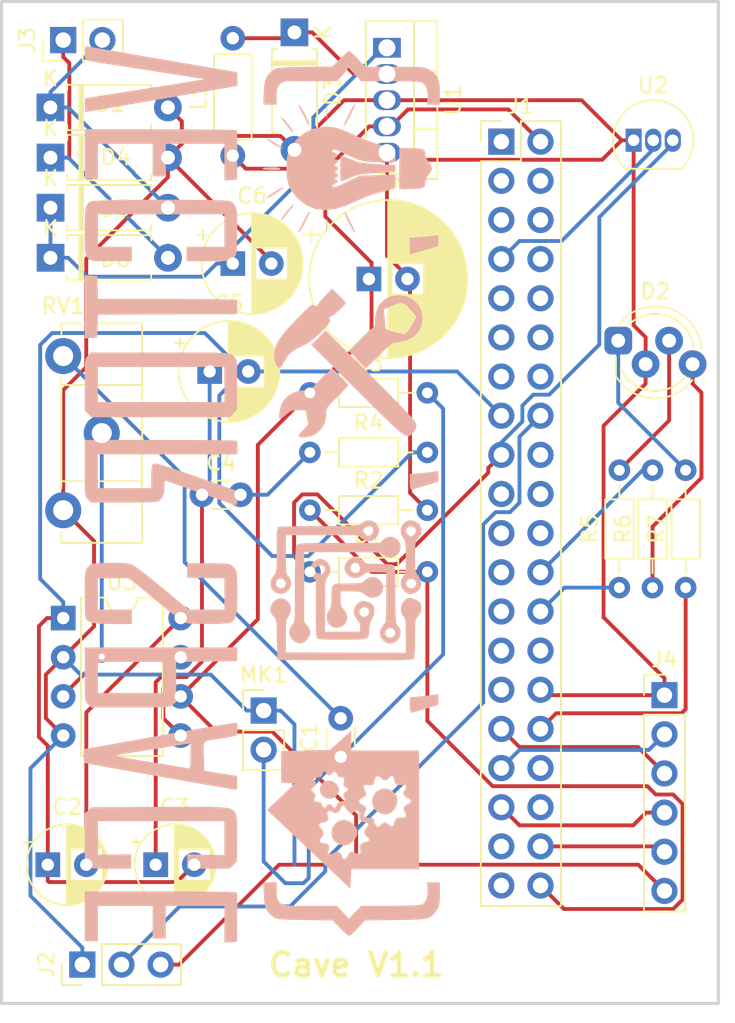
<source format=kicad_pcb>
(kicad_pcb (version 20171130) (host pcbnew 5.0.1)
  (layers (0 F.Cu signal) (31 B.Cu signal) (34 B.Paste user) (35 F.Paste user) (36 B.SilkS user) (37 F.SilkS user) (38 B.Mask user) (39 F.Mask user) (44 Edge.Cuts user))
  (net 0 "")
  (net 1 "Net-(C1-Pad2)")
  (net 2 "Net-(C1-Pad1)")
  (net 3 "Net-(C2-Pad2)")
  (net 4 "Net-(C2-Pad1)")
  (net 5 "Net-(C3-Pad1)")
  (net 6 "Net-(C4-Pad1)")
  (net 7 "Net-(C4-Pad2)")
  (net 8 /MicInput)
  (net 9 +24V)
  (net 10 -24V)
  (net 11 GND)
  (net 12 "Net-(D2-Pad4)")
  (net 13 "Net-(D2-Pad3)")
  (net 14 "Net-(D2-Pad1)")
  (net 15 "Net-(J1-Pad1)")
  (net 16 "Net-(J1-Pad40)")
  (net 17 "Net-(J1-Pad39)")
  (net 18 "Net-(J1-Pad3)")
  (net 19 "Net-(J1-Pad38)")
  (net 20 "Net-(J1-Pad4)")
  (net 21 "Net-(J1-Pad37)")
  (net 22 "Net-(J1-Pad5)")
  (net 23 "Net-(J1-Pad36)")
  (net 24 "Net-(J1-Pad6)")
  (net 25 "Net-(J1-Pad35)")
  (net 26 "Net-(J1-Pad7)")
  (net 27 "Net-(J1-Pad34)")
  (net 28 "Net-(J1-Pad8)")
  (net 29 "Net-(J1-Pad33)")
  (net 30 "Net-(J1-Pad9)")
  (net 31 "Net-(J1-Pad10)")
  (net 32 "Net-(J1-Pad31)")
  (net 33 "Net-(J1-Pad11)")
  (net 34 "Net-(J1-Pad12)")
  (net 35 "Net-(J1-Pad29)")
  (net 36 "Net-(J1-Pad13)")
  (net 37 "Net-(J1-Pad28)")
  (net 38 "Net-(J1-Pad14)")
  (net 39 "Net-(J1-Pad27)")
  (net 40 /PIR)
  (net 41 "Net-(J1-Pad25)")
  (net 42 +3V3)
  (net 43 "Net-(J1-Pad18)")
  (net 44 "Net-(J1-Pad23)")
  (net 45 "Net-(J1-Pad19)")
  (net 46 "Net-(J1-Pad22)")
  (net 47 "Net-(J1-Pad20)")
  (net 48 "Net-(J1-Pad21)")
  (net 49 +5V)
  (net 50 "Net-(RV1-Pad2)")
  (net 51 "Net-(J1-Pad24)")
  (net 52 "Net-(J1-Pad26)")
  (net 53 "Net-(J1-Pad32)")
  (net 54 "Net-(D3-Pad1)")
  (net 55 "Net-(C6-Pad1)")
  (module cave:vs_logo (layer B.Cu) (at 170 108 270)
    (fp_text reference G*** hide)
    (fp_text value LOGO hide)
  )
  (module Capacitor_THT:C_Disc_D3.0mm_W1.6mm_P2.50mm (layer F.Cu) (at 175 125 90)
    (fp_text reference C1 (at 1.25 -2.05 90) (layer F.SilkS))
    (fp_text value 0.1uF)
    (pad 2 thru_hole circle (at 2.5 0 90) (size 1.6 1.6) (drill 0.8) (layers *.Cu *.Mask) (net 1 "Net-(C1-Pad2)"))
    (pad 1 thru_hole circle (at 0 0 90) (size 1.6 1.6) (drill 0.8) (layers *.Cu *.Mask) (net 2 "Net-(C1-Pad1)"))
  )
  (module Capacitor_THT:CP_Radial_D5.0mm_P2.50mm (layer F.Cu) (at 156 132)
    (fp_text reference C2 (at 1.25 -3.75) (layer F.SilkS))
    (fp_text value 10uF)
    (pad 2 thru_hole circle (at 2.5 0) (size 1.6 1.6) (drill 0.8) (layers *.Cu *.Mask) (net 3 "Net-(C2-Pad2)"))
    (pad 1 thru_hole rect (at 0 0) (size 1.6 1.6) (drill 0.8) (layers *.Cu *.Mask) (net 4 "Net-(C2-Pad1)"))
  )
  (module Capacitor_THT:CP_Radial_D5.0mm_P2.50mm (layer F.Cu) (at 163 132)
    (fp_text reference C3 (at 1.25 -3.75) (layer F.SilkS))
    (fp_text value 10uF)
    (pad 2 thru_hole circle (at 2.5 0) (size 1.6 1.6) (drill 0.8) (layers *.Cu *.Mask) (net 4 "Net-(C2-Pad1)"))
    (pad 1 thru_hole rect (at 0 0) (size 1.6 1.6) (drill 0.8) (layers *.Cu *.Mask) (net 5 "Net-(C3-Pad1)"))
  )
  (module Capacitor_THT:C_Disc_D3.0mm_W1.6mm_P2.50mm (layer F.Cu) (at 166 108)
    (fp_text reference C4 (at 1.25 -2.05) (layer F.SilkS))
    (fp_text value 0.047uF)
    (pad 2 thru_hole circle (at 2.5 0) (size 1.6 1.6) (drill 0.8) (layers *.Cu *.Mask) (net 7 "Net-(C4-Pad2)"))
    (pad 1 thru_hole circle (at 0 0) (size 1.6 1.6) (drill 0.8) (layers *.Cu *.Mask) (net 6 "Net-(C4-Pad1)"))
  )
  (module Capacitor_THT:CP_Radial_D6.3mm_P2.50mm (layer F.Cu) (at 166.5 100)
    (fp_text reference C5 (at 1.25 -4.4) (layer F.SilkS))
    (fp_text value 100uF)
    (pad 2 thru_hole circle (at 2.5 0) (size 1.6 1.6) (drill 0.8) (layers *.Cu *.Mask) (net 8 /MicInput))
    (pad 1 thru_hole rect (at 0 0) (size 1.6 1.6) (drill 0.8) (layers *.Cu *.Mask) (net 6 "Net-(C4-Pad1)"))
  )
  (module LED_THT:LED_D5.0mm-4_RGB_Staggered_Pins (layer F.Cu) (at 193 98)
    (fp_text reference D2 (at 2.413 -3.198) (layer F.SilkS))
    (fp_text value LED_RCBG)
    (pad 1 thru_hole roundrect (at 0 0) (size 1.8 1.8) (drill 0.9) (layers *.Cu *.Mask) (net 14 "Net-(D2-Pad1)"))
    (pad 2 thru_hole circle (at 1.778 1.524) (size 1.8 1.8) (drill 0.9) (layers *.Cu *.Mask) (net 11 GND))
    (pad 3 thru_hole circle (at 3.302 0) (size 1.8 1.8) (drill 0.9) (layers *.Cu *.Mask) (net 13 "Net-(D2-Pad3)"))
    (pad 4 thru_hole circle (at 4.826 1.524) (size 1.8 1.8) (drill 0.9) (layers *.Cu *.Mask) (net 12 "Net-(D2-Pad4)"))
  )
  (module Connector_PinHeader_2.54mm:PinHeader_1x02_P2.54mm_Vertical (layer F.Cu) (at 157 78.5 90)
    (fp_text reference J3 (at 0 -2.33 90) (layer F.SilkS))
    (fp_text value PWR)
    (pad 2 thru_hole oval (at 0 2.54 90) (size 1.7 1.7) (drill 1) (layers *.Cu *.Mask) (net 9 +24V))
    (pad 1 thru_hole rect (at 0 0 90) (size 1.7 1.7) (drill 1) (layers *.Cu *.Mask) (net 10 -24V))
  )
  (module Connector_PinHeader_2.54mm:PinHeader_1x06_P2.54mm_Vertical (layer F.Cu) (at 196 121)
    (fp_text reference J4 (at 0 -2.33) (layer F.SilkS))
    (fp_text value RelayOutput)
    (pad 6 thru_hole oval (at 0 12.7) (size 1.7 1.7) (drill 1) (layers *.Cu *.Mask) (net 49 +5V))
    (pad 5 thru_hole oval (at 0 10.16) (size 1.7 1.7) (drill 1) (layers *.Cu *.Mask) (net 19 "Net-(J1-Pad38)"))
    (pad 4 thru_hole oval (at 0 7.62) (size 1.7 1.7) (drill 1) (layers *.Cu *.Mask) (net 25 "Net-(J1-Pad35)"))
    (pad 3 thru_hole oval (at 0 5.08) (size 1.7 1.7) (drill 1) (layers *.Cu *.Mask) (net 32 "Net-(J1-Pad31)"))
    (pad 2 thru_hole oval (at 0 2.54) (size 1.7 1.7) (drill 1) (layers *.Cu *.Mask) (net 29 "Net-(J1-Pad33)"))
    (pad 1 thru_hole rect (at 0 0) (size 1.7 1.7) (drill 1) (layers *.Cu *.Mask) (net 11 GND))
  )
  (module Connector_PinHeader_2.54mm:PinHeader_1x02_P2.54mm_Vertical (layer F.Cu) (at 170 122)
    (fp_text reference MK1 (at 0 -2.33) (layer F.SilkS))
    (fp_text value Microphone)
    (pad 2 thru_hole oval (at 0 2.54) (size 1.7 1.7) (drill 1) (layers *.Cu *.Mask) (net 2 "Net-(C1-Pad1)"))
    (pad 1 thru_hole rect (at 0 0) (size 1.7 1.7) (drill 1) (layers *.Cu *.Mask) (net 11 GND))
  )
  (module Package_TO_SOT_THT:TO-92_Inline (layer F.Cu) (at 194 85)
    (fp_text reference U2 (at 1.27 -3.56) (layer F.SilkS))
    (fp_text value DS18B20)
    (pad 1 thru_hole rect (at 0 0) (size 1.05 1.5) (drill 0.75) (layers *.Cu *.Mask) (net 11 GND))
    (pad 3 thru_hole oval (at 2.54 0) (size 1.05 1.5) (drill 0.75) (layers *.Cu *.Mask) (net 42 +3V3))
    (pad 2 thru_hole oval (at 1.27 0) (size 1.05 1.5) (drill 0.75) (layers *.Cu *.Mask) (net 26 "Net-(J1-Pad7)"))
  )
  (module Connector_PinHeader_2.54mm:PinHeader_2x20_P2.54mm_Vertical (layer F.Cu) (at 185.42 85.09)
    (fp_text reference J1 (at 1.27 -2.33) (layer F.SilkS))
    (fp_text value Raspberry_Pi_2_3)
    (pad 1 thru_hole rect (at 0 0) (size 1.7 1.7) (drill 1) (layers *.Cu *.Mask) (net 15 "Net-(J1-Pad1)"))
    (pad 2 thru_hole oval (at 2.54 0) (size 1.7 1.7) (drill 1) (layers *.Cu *.Mask) (net 49 +5V))
    (pad 3 thru_hole oval (at 0 2.54) (size 1.7 1.7) (drill 1) (layers *.Cu *.Mask) (net 18 "Net-(J1-Pad3)"))
    (pad 4 thru_hole oval (at 2.54 2.54) (size 1.7 1.7) (drill 1) (layers *.Cu *.Mask) (net 20 "Net-(J1-Pad4)"))
    (pad 5 thru_hole oval (at 0 5.08) (size 1.7 1.7) (drill 1) (layers *.Cu *.Mask) (net 22 "Net-(J1-Pad5)"))
    (pad 6 thru_hole oval (at 2.54 5.08) (size 1.7 1.7) (drill 1) (layers *.Cu *.Mask) (net 24 "Net-(J1-Pad6)"))
    (pad 7 thru_hole oval (at 0 7.62) (size 1.7 1.7) (drill 1) (layers *.Cu *.Mask) (net 26 "Net-(J1-Pad7)"))
    (pad 8 thru_hole oval (at 2.54 7.62) (size 1.7 1.7) (drill 1) (layers *.Cu *.Mask) (net 28 "Net-(J1-Pad8)"))
    (pad 9 thru_hole oval (at 0 10.16) (size 1.7 1.7) (drill 1) (layers *.Cu *.Mask) (net 30 "Net-(J1-Pad9)"))
    (pad 10 thru_hole oval (at 2.54 10.16) (size 1.7 1.7) (drill 1) (layers *.Cu *.Mask) (net 31 "Net-(J1-Pad10)"))
    (pad 11 thru_hole oval (at 0 12.7) (size 1.7 1.7) (drill 1) (layers *.Cu *.Mask) (net 33 "Net-(J1-Pad11)"))
    (pad 12 thru_hole oval (at 2.54 12.7) (size 1.7 1.7) (drill 1) (layers *.Cu *.Mask) (net 34 "Net-(J1-Pad12)"))
    (pad 13 thru_hole oval (at 0 15.24) (size 1.7 1.7) (drill 1) (layers *.Cu *.Mask) (net 36 "Net-(J1-Pad13)"))
    (pad 14 thru_hole oval (at 2.54 15.24) (size 1.7 1.7) (drill 1) (layers *.Cu *.Mask) (net 38 "Net-(J1-Pad14)"))
    (pad 15 thru_hole oval (at 0 17.78) (size 1.7 1.7) (drill 1) (layers *.Cu *.Mask) (net 8 /MicInput))
    (pad 16 thru_hole oval (at 2.54 17.78) (size 1.7 1.7) (drill 1) (layers *.Cu *.Mask) (net 40 /PIR))
    (pad 17 thru_hole oval (at 0 20.32) (size 1.7 1.7) (drill 1) (layers *.Cu *.Mask) (net 42 +3V3))
    (pad 18 thru_hole oval (at 2.54 20.32) (size 1.7 1.7) (drill 1) (layers *.Cu *.Mask) (net 43 "Net-(J1-Pad18)"))
    (pad 19 thru_hole oval (at 0 22.86) (size 1.7 1.7) (drill 1) (layers *.Cu *.Mask) (net 45 "Net-(J1-Pad19)"))
    (pad 20 thru_hole oval (at 2.54 22.86) (size 1.7 1.7) (drill 1) (layers *.Cu *.Mask) (net 47 "Net-(J1-Pad20)"))
    (pad 21 thru_hole oval (at 0 25.4) (size 1.7 1.7) (drill 1) (layers *.Cu *.Mask) (net 48 "Net-(J1-Pad21)"))
    (pad 22 thru_hole oval (at 2.54 25.4) (size 1.7 1.7) (drill 1) (layers *.Cu *.Mask) (net 46 "Net-(J1-Pad22)"))
    (pad 23 thru_hole oval (at 0 27.94) (size 1.7 1.7) (drill 1) (layers *.Cu *.Mask) (net 44 "Net-(J1-Pad23)"))
    (pad 24 thru_hole oval (at 2.54 27.94) (size 1.7 1.7) (drill 1) (layers *.Cu *.Mask) (net 51 "Net-(J1-Pad24)"))
    (pad 25 thru_hole oval (at 0 30.48) (size 1.7 1.7) (drill 1) (layers *.Cu *.Mask) (net 41 "Net-(J1-Pad25)"))
    (pad 26 thru_hole oval (at 2.54 30.48) (size 1.7 1.7) (drill 1) (layers *.Cu *.Mask) (net 52 "Net-(J1-Pad26)"))
    (pad 27 thru_hole oval (at 0 33.02) (size 1.7 1.7) (drill 1) (layers *.Cu *.Mask) (net 39 "Net-(J1-Pad27)"))
    (pad 28 thru_hole oval (at 2.54 33.02) (size 1.7 1.7) (drill 1) (layers *.Cu *.Mask) (net 37 "Net-(J1-Pad28)"))
    (pad 29 thru_hole oval (at 0 35.56) (size 1.7 1.7) (drill 1) (layers *.Cu *.Mask) (net 35 "Net-(J1-Pad29)"))
    (pad 30 thru_hole oval (at 2.54 35.56) (size 1.7 1.7) (drill 1) (layers *.Cu *.Mask) (net 11 GND))
    (pad 31 thru_hole oval (at 0 38.1) (size 1.7 1.7) (drill 1) (layers *.Cu *.Mask) (net 32 "Net-(J1-Pad31)"))
    (pad 32 thru_hole oval (at 2.54 38.1) (size 1.7 1.7) (drill 1) (layers *.Cu *.Mask) (net 53 "Net-(J1-Pad32)"))
    (pad 33 thru_hole oval (at 0 40.64) (size 1.7 1.7) (drill 1) (layers *.Cu *.Mask) (net 29 "Net-(J1-Pad33)"))
    (pad 34 thru_hole oval (at 2.54 40.64) (size 1.7 1.7) (drill 1) (layers *.Cu *.Mask) (net 27 "Net-(J1-Pad34)"))
    (pad 35 thru_hole oval (at 0 43.18) (size 1.7 1.7) (drill 1) (layers *.Cu *.Mask) (net 25 "Net-(J1-Pad35)"))
    (pad 36 thru_hole oval (at 2.54 43.18) (size 1.7 1.7) (drill 1) (layers *.Cu *.Mask) (net 23 "Net-(J1-Pad36)"))
    (pad 37 thru_hole oval (at 0 45.72) (size 1.7 1.7) (drill 1) (layers *.Cu *.Mask) (net 21 "Net-(J1-Pad37)"))
    (pad 38 thru_hole oval (at 2.54 45.72) (size 1.7 1.7) (drill 1) (layers *.Cu *.Mask) (net 19 "Net-(J1-Pad38)"))
    (pad 39 thru_hole oval (at 0 48.26) (size 1.7 1.7) (drill 1) (layers *.Cu *.Mask) (net 17 "Net-(J1-Pad39)"))
    (pad 40 thru_hole oval (at 2.54 48.26) (size 1.7 1.7) (drill 1) (layers *.Cu *.Mask) (net 16 "Net-(J1-Pad40)"))
  )
  (module Resistor_THT:R_Axial_DIN0204_L3.6mm_D1.6mm_P7.62mm_Horizontal (layer F.Cu) (at 173 113)
    (fp_text reference R1 (at 3.81 -1.92) (layer F.SilkS))
    (fp_text value R_PHOTO)
    (pad 1 thru_hole circle (at 0 0) (size 1.4 1.4) (drill 0.7) (layers *.Cu *.Mask) (net 42 +3V3))
    (pad 2 thru_hole oval (at 7.62 0) (size 1.4 1.4) (drill 0.7) (layers *.Cu *.Mask) (net 16 "Net-(J1-Pad40)"))
  )
  (module Resistor_THT:R_Axial_DIN0204_L3.6mm_D1.6mm_P7.62mm_Horizontal (layer F.Cu) (at 173 109)
    (fp_text reference R2 (at 3.81 -1.92) (layer F.SilkS))
    (fp_text value 10K)
    (pad 2 thru_hole oval (at 7.62 0) (size 1.4 1.4) (drill 0.7) (layers *.Cu *.Mask) (net 11 GND))
    (pad 1 thru_hole circle (at 0 0) (size 1.4 1.4) (drill 0.7) (layers *.Cu *.Mask) (net 16 "Net-(J1-Pad40)"))
  )
  (module Resistor_THT:R_Axial_DIN0204_L3.6mm_D1.6mm_P7.62mm_Horizontal (layer F.Cu) (at 173 101.386047)
    (fp_text reference R3 (at 3.81 -1.92) (layer F.SilkS))
    (fp_text value 1K)
    (pad 1 thru_hole circle (at 0 0) (size 1.4 1.4) (drill 0.7) (layers *.Cu *.Mask) (net 49 +5V))
    (pad 2 thru_hole oval (at 7.62 0) (size 1.4 1.4) (drill 0.7) (layers *.Cu *.Mask) (net 2 "Net-(C1-Pad1)"))
  )
  (module Resistor_THT:R_Axial_DIN0204_L3.6mm_D1.6mm_P7.62mm_Horizontal (layer F.Cu) (at 173 105.249203)
    (fp_text reference R4 (at 3.81 -1.92) (layer F.SilkS))
    (fp_text value 10)
    (pad 2 thru_hole oval (at 7.62 0) (size 1.4 1.4) (drill 0.7) (layers *.Cu *.Mask) (net 4 "Net-(C2-Pad1)"))
    (pad 1 thru_hole circle (at 0 0) (size 1.4 1.4) (drill 0.7) (layers *.Cu *.Mask) (net 7 "Net-(C4-Pad2)"))
  )
  (module Resistor_THT:R_Axial_DIN0204_L3.6mm_D1.6mm_P7.62mm_Horizontal (layer F.Cu) (at 193.075001 114.024999 90)
    (fp_text reference R5 (at 3.81 -1.92 90) (layer F.SilkS))
    (fp_text value 220)
    (pad 1 thru_hole circle (at 0 0 90) (size 1.4 1.4) (drill 0.7) (layers *.Cu *.Mask) (net 52 "Net-(J1-Pad26)"))
    (pad 2 thru_hole oval (at 7.62 0 90) (size 1.4 1.4) (drill 0.7) (layers *.Cu *.Mask) (net 13 "Net-(D2-Pad3)"))
  )
  (module Resistor_THT:R_Axial_DIN0204_L3.6mm_D1.6mm_P7.62mm_Horizontal (layer F.Cu) (at 195.225001 114.024999 90)
    (fp_text reference R6 (at 3.81 -1.92 90) (layer F.SilkS))
    (fp_text value 220)
    (pad 1 thru_hole circle (at 0 0 90) (size 1.4 1.4) (drill 0.7) (layers *.Cu *.Mask) (net 12 "Net-(D2-Pad4)"))
    (pad 2 thru_hole oval (at 7.62 0 90) (size 1.4 1.4) (drill 0.7) (layers *.Cu *.Mask) (net 51 "Net-(J1-Pad24)"))
  )
  (module Resistor_THT:R_Axial_DIN0204_L3.6mm_D1.6mm_P7.62mm_Horizontal (layer F.Cu) (at 197.375001 114.024999 90)
    (fp_text reference R7 (at 3.81 -1.92 90) (layer F.SilkS))
    (fp_text value 220)
    (pad 2 thru_hole oval (at 7.62 0 90) (size 1.4 1.4) (drill 0.7) (layers *.Cu *.Mask) (net 14 "Net-(D2-Pad1)"))
    (pad 1 thru_hole circle (at 0 0 90) (size 1.4 1.4) (drill 0.7) (layers *.Cu *.Mask) (net 53 "Net-(J1-Pad32)"))
  )
  (module Potentiometer_THT:Potentiometer_ACP_CA14-H2,5_Horizontal (layer F.Cu) (at 157 99)
    (fp_text reference RV1 (at 0 -3.25) (layer F.SilkS))
    (fp_text value 10K)
    (pad 3 thru_hole circle (at 0 10) (size 2.34 2.34) (drill 1.3) (layers *.Cu *.Mask) (net 11 GND))
    (pad 2 thru_hole circle (at 2.5 5) (size 2.34 2.34) (drill 1.3) (layers *.Cu *.Mask) (net 50 "Net-(RV1-Pad2)"))
    (pad 1 thru_hole circle (at 0 0) (size 2.34 2.34) (drill 1.3) (layers *.Cu *.Mask) (net 1 "Net-(C1-Pad2)"))
  )
  (module Capacitor_THT:CP_Radial_D6.3mm_P2.50mm (layer F.Cu) (at 168 93)
    (fp_text reference C6 (at 1.25 -4.4) (layer F.SilkS))
    (fp_text value 100uF)
    (pad 1 thru_hole rect (at 0 0) (size 1.6 1.6) (drill 0.8) (layers *.Cu *.Mask) (net 55 "Net-(C6-Pad1)"))
    (pad 2 thru_hole circle (at 2.5 0) (size 1.6 1.6) (drill 0.8) (layers *.Cu *.Mask) (net 11 GND))
  )
  (module Diode_THT:D_A-405_P7.62mm_Horizontal (layer F.Cu) (at 172 78 270)
    (fp_text reference D3 (at 3.81 -2.47 270) (layer F.SilkS))
    (fp_text value D_Schottky)
    (fp_text user K (at 0 -1.9 270) (layer F.SilkS))
    (pad 1 thru_hole rect (at 0 0 270) (size 1.8 1.8) (drill 0.9) (layers *.Cu *.Mask) (net 54 "Net-(D3-Pad1)"))
    (pad 2 thru_hole oval (at 7.62 0 270) (size 1.8 1.8) (drill 0.9) (layers *.Cu *.Mask) (net 11 GND))
  )
  (module Inductor_THT:L_Axial_L5.3mm_D2.2mm_P7.62mm_Horizontal_Vishay_IM-1 (layer F.Cu) (at 168 86 90)
    (fp_text reference L1 (at 3.81 -2.22 90) (layer F.SilkS))
    (fp_text value 100uH)
    (pad 1 thru_hole circle (at 0 0 90) (size 1.6 1.6) (drill 0.8) (layers *.Cu *.Mask) (net 49 +5V))
    (pad 2 thru_hole oval (at 7.62 0 90) (size 1.6 1.6) (drill 0.8) (layers *.Cu *.Mask) (net 54 "Net-(D3-Pad1)"))
  )
  (module Package_TO_SOT_THT:TO-220-5_Vertical (layer F.Cu) (at 178 79 270)
    (fp_text reference U1 (at 3.4 -4.27 270) (layer F.SilkS))
    (fp_text value LM2576S-5)
    (pad 1 thru_hole rect (at 0 0 270) (size 1.275 1.8) (drill 1.1) (layers *.Cu *.Mask) (net 55 "Net-(C6-Pad1)"))
    (pad 2 thru_hole oval (at 1.7 0 270) (size 1.275 1.8) (drill 1.1) (layers *.Cu *.Mask) (net 54 "Net-(D3-Pad1)"))
    (pad 3 thru_hole oval (at 3.4 0 270) (size 1.275 1.8) (drill 1.1) (layers *.Cu *.Mask) (net 11 GND))
    (pad 4 thru_hole oval (at 5.1 0 270) (size 1.275 1.8) (drill 1.1) (layers *.Cu *.Mask) (net 49 +5V))
    (pad 5 thru_hole oval (at 6.8 0 270) (size 1.275 1.8) (drill 1.1) (layers *.Cu *.Mask) (net 11 GND))
  )
  (module Package_DIP:DIP-8_W7.62mm (layer F.Cu) (at 157 116)
    (fp_text reference U3 (at 3.81 -2.33) (layer F.SilkS))
    (fp_text value LM386)
    (pad 1 thru_hole rect (at 0 0) (size 1.6 1.6) (drill 0.8) (layers *.Cu *.Mask) (net 4 "Net-(C2-Pad1)"))
    (pad 5 thru_hole oval (at 7.62 7.62) (size 1.6 1.6) (drill 0.8) (layers *.Cu *.Mask) (net 6 "Net-(C4-Pad1)"))
    (pad 2 thru_hole oval (at 0 2.54) (size 1.6 1.6) (drill 0.8) (layers *.Cu *.Mask) (net 11 GND))
    (pad 6 thru_hole oval (at 7.62 5.08) (size 1.6 1.6) (drill 0.8) (layers *.Cu *.Mask) (net 49 +5V))
    (pad 3 thru_hole oval (at 0 5.08) (size 1.6 1.6) (drill 0.8) (layers *.Cu *.Mask) (net 50 "Net-(RV1-Pad2)"))
    (pad 7 thru_hole oval (at 7.62 2.54) (size 1.6 1.6) (drill 0.8) (layers *.Cu *.Mask) (net 5 "Net-(C3-Pad1)"))
    (pad 4 thru_hole oval (at 0 7.62) (size 1.6 1.6) (drill 0.8) (layers *.Cu *.Mask) (net 11 GND))
    (pad 8 thru_hole oval (at 7.62 0) (size 1.6 1.6) (drill 0.8) (layers *.Cu *.Mask) (net 3 "Net-(C2-Pad2)"))
  )
  (module Diode_THT:D_A-405_P7.62mm_Horizontal (layer F.Cu) (at 156.17 82.87)
    (fp_text reference D1 (at 3.87 -0.22) (layer F.SilkS))
    (fp_text value D_Small)
    (fp_text user K (at 0 -1.9) (layer F.SilkS))
    (pad 2 thru_hole oval (at 7.62 0) (size 1.8 1.8) (drill 0.9) (layers *.Cu *.Mask) (net 11 GND))
    (pad 1 thru_hole rect (at 0 0) (size 1.8 1.8) (drill 0.9) (layers *.Cu *.Mask) (net 9 +24V))
  )
  (module Diode_THT:D_A-405_P7.62mm_Horizontal (layer F.Cu) (at 156.175001 86.125001)
    (fp_text reference D4 (at 4.234999 -0.015001) (layer F.SilkS))
    (fp_text value D_Small)
    (fp_text user K (at 0 -1.9) (layer F.SilkS))
    (pad 1 thru_hole rect (at 0 0) (size 1.8 1.8) (drill 0.9) (layers *.Cu *.Mask) (net 10 -24V))
    (pad 2 thru_hole oval (at 7.62 0) (size 1.8 1.8) (drill 0.9) (layers *.Cu *.Mask) (net 11 GND))
  )
  (module Diode_THT:D_A-405_P7.62mm_Horizontal (layer F.Cu) (at 156.175001 89.375001)
    (fp_text reference D5 (at 4.184999 0.064999) (layer F.SilkS))
    (fp_text value D_Small)
    (fp_text user K (at 0 -1.9) (layer F.SilkS))
    (pad 1 thru_hole rect (at 0 0) (size 1.8 1.8) (drill 0.9) (layers *.Cu *.Mask) (net 55 "Net-(C6-Pad1)"))
    (pad 2 thru_hole oval (at 7.62 0) (size 1.8 1.8) (drill 0.9) (layers *.Cu *.Mask) (net 9 +24V))
  )
  (module Diode_THT:D_A-405_P7.62mm_Horizontal (layer F.Cu) (at 156.175001 92.625001)
    (fp_text reference D6 (at 4.214999 0.074999) (layer F.SilkS))
    (fp_text value D_Small)
    (fp_text user K (at 0 -1.9) (layer F.SilkS))
    (pad 2 thru_hole oval (at 7.62 0) (size 1.8 1.8) (drill 0.9) (layers *.Cu *.Mask) (net 10 -24V))
    (pad 1 thru_hole rect (at 0 0) (size 1.8 1.8) (drill 0.9) (layers *.Cu *.Mask) (net 55 "Net-(C6-Pad1)"))
  )
  (module Capacitor_THT:CP_Radial_D10.0mm_P2.50mm (layer F.Cu) (at 176.83 94)
    (fp_text reference C7 (at 1.25 -6.25) (layer F.SilkS))
    (fp_text value 1000uF)
    (pad 1 thru_hole rect (at 0 0) (size 1.6 1.6) (drill 0.8) (layers *.Cu *.Mask) (net 49 +5V))
    (pad 2 thru_hole circle (at 2.5 0) (size 1.6 1.6) (drill 0.8) (layers *.Cu *.Mask) (net 11 GND))
  )
  (module Connector_PinHeader_2.54mm:PinHeader_1x03_P2.54mm_Vertical (layer F.Cu) (at 158.24 138.48 90)
    (fp_text reference J2 (at 0 -2.33 90) (layer F.SilkS))
    (fp_text value PIRsensor)
    (pad 1 thru_hole rect (at 0 0 90) (size 1.7 1.7) (drill 1) (layers *.Cu *.Mask) (net 11 GND))
    (pad 2 thru_hole oval (at 0 2.54 90) (size 1.7 1.7) (drill 1) (layers *.Cu *.Mask) (net 40 /PIR))
    (pad 3 thru_hole oval (at 0 5.08 90) (size 1.7 1.7) (drill 1) (layers *.Cu *.Mask) (net 49 +5V))
  )
  (gr_text "Cave V1.1" (at 176 138.5) (layer F.SilkS) (effects (font (size 1.5 1.5) (thickness 0.3))))
  (gr_line (start 153 141) (end 153 76) (layer Edge.Cuts) (width 0.2))
  (gr_line (start 199.5 141) (end 153 141) (layer Edge.Cuts) (width 0.2))
  (gr_line (start 199.5 76) (end 199.5 141) (layer Edge.Cuts) (width 0.2))
  (gr_line (start 153 76) (end 199.5 76) (layer Edge.Cuts) (width 0.2))
  (segment (start 174.200001 121.700001) (end 175 122.5) (width 0.25) (layer B.Cu) (net 1))
  (segment (start 164.874999 112.374999) (end 174.200001 121.700001) (width 0.25) (layer B.Cu) (net 1))
  (segment (start 164.874999 106.874999) (end 164.874999 112.374999) (width 0.25) (layer B.Cu) (net 1))
  (segment (start 157 99) (end 164.874999 106.874999) (width 0.25) (layer B.Cu) (net 1))
  (segment (start 170 131.78819) (end 170 125.742081) (width 0.25) (layer B.Cu) (net 2))
  (segment (start 170 125.742081) (end 170 124.54) (width 0.25) (layer B.Cu) (net 2))
  (segment (start 171.41182 133.20001) (end 170 131.78819) (width 0.25) (layer B.Cu) (net 2))
  (segment (start 172.58818 133.20001) (end 171.41182 133.20001) (width 0.25) (layer B.Cu) (net 2))
  (segment (start 172.92501 132.86318) (end 172.58818 133.20001) (width 0.25) (layer B.Cu) (net 2))
  (segment (start 172.92501 127.07499) (end 172.92501 132.86318) (width 0.25) (layer B.Cu) (net 2))
  (segment (start 175 125) (end 172.92501 127.07499) (width 0.25) (layer B.Cu) (net 2))
  (segment (start 181.319999 102.086046) (end 180.62 101.386047) (width 0.25) (layer B.Cu) (net 2))
  (segment (start 181.645001 102.411048) (end 181.319999 102.086046) (width 0.25) (layer B.Cu) (net 2))
  (segment (start 181.645001 118.354999) (end 181.645001 102.411048) (width 0.25) (layer B.Cu) (net 2))
  (segment (start 175 125) (end 181.645001 118.354999) (width 0.25) (layer B.Cu) (net 2))
  (segment (start 158.5 122.12) (end 164.62 116) (width 0.25) (layer F.Cu) (net 3))
  (segment (start 158.5 132) (end 158.5 122.12) (width 0.25) (layer F.Cu) (net 3))
  (segment (start 155.95 116) (end 157 116) (width 0.25) (layer F.Cu) (net 4))
  (segment (start 155.424989 116.525011) (end 155.95 116) (width 0.25) (layer F.Cu) (net 4))
  (segment (start 155.424989 123.709991) (end 155.424989 116.525011) (width 0.25) (layer F.Cu) (net 4))
  (segment (start 156 124.285002) (end 155.424989 123.709991) (width 0.25) (layer F.Cu) (net 4))
  (segment (start 156 132) (end 156 124.285002) (width 0.25) (layer F.Cu) (net 4))
  (segment (start 164.700001 132.799999) (end 165.5 132) (width 0.25) (layer F.Cu) (net 4))
  (segment (start 164.374999 133.125001) (end 164.700001 132.799999) (width 0.25) (layer F.Cu) (net 4))
  (segment (start 156.075001 133.125001) (end 164.374999 133.125001) (width 0.25) (layer F.Cu) (net 4))
  (segment (start 156 133.05) (end 156.075001 133.125001) (width 0.25) (layer F.Cu) (net 4))
  (segment (start 156 132) (end 156 133.05) (width 0.25) (layer F.Cu) (net 4))
  (segment (start 157 114.95) (end 157 116) (width 0.25) (layer B.Cu) (net 4))
  (segment (start 156.282399 97.504999) (end 155.504999 98.282399) (width 0.25) (layer B.Cu) (net 4))
  (segment (start 155.504999 98.282399) (end 155.504999 113.454999) (width 0.25) (layer B.Cu) (net 4))
  (segment (start 167.625001 98.939999) (end 166.190001 97.504999) (width 0.25) (layer B.Cu) (net 4))
  (segment (start 167.625001 101.060001) (end 167.625001 98.939999) (width 0.25) (layer B.Cu) (net 4))
  (segment (start 155.504999 113.454999) (end 157 114.95) (width 0.25) (layer B.Cu) (net 4))
  (segment (start 167.125001 101.560001) (end 167.625001 101.060001) (width 0.25) (layer B.Cu) (net 4))
  (segment (start 167.125001 108.540001) (end 167.125001 101.560001) (width 0.25) (layer B.Cu) (net 4))
  (segment (start 170.559999 111.974999) (end 167.125001 108.540001) (width 0.25) (layer B.Cu) (net 4))
  (segment (start 172.904255 111.974999) (end 170.559999 111.974999) (width 0.25) (layer B.Cu) (net 4))
  (segment (start 166.190001 97.504999) (end 156.282399 97.504999) (width 0.25) (layer B.Cu) (net 4))
  (segment (start 179.630051 105.249203) (end 172.904255 111.974999) (width 0.25) (layer B.Cu) (net 4))
  (segment (start 180.62 105.249203) (end 179.630051 105.249203) (width 0.25) (layer B.Cu) (net 4))
  (segment (start 163 120.16) (end 164.62 118.54) (width 0.25) (layer F.Cu) (net 5))
  (segment (start 163 132) (end 163 120.16) (width 0.25) (layer F.Cu) (net 5))
  (segment (start 166.5 107.5) (end 166 108) (width 0.25) (layer B.Cu) (net 6))
  (segment (start 166.5 100) (end 166.5 107.5) (width 0.25) (layer B.Cu) (net 6))
  (segment (start 163.820001 122.820001) (end 164.62 123.62) (width 0.25) (layer F.Cu) (net 6))
  (segment (start 163.494999 122.494999) (end 163.820001 122.820001) (width 0.25) (layer F.Cu) (net 6))
  (segment (start 163.494999 120.539999) (end 163.494999 122.494999) (width 0.25) (layer F.Cu) (net 6))
  (segment (start 164.209996 119.825002) (end 163.494999 120.539999) (width 0.25) (layer F.Cu) (net 6))
  (segment (start 165 119.825002) (end 164.209996 119.825002) (width 0.25) (layer F.Cu) (net 6))
  (segment (start 166 118.825002) (end 165 119.825002) (width 0.25) (layer F.Cu) (net 6))
  (segment (start 166 108) (end 166 118.825002) (width 0.25) (layer F.Cu) (net 6))
  (segment (start 170.249203 108) (end 173 105.249203) (width 0.25) (layer B.Cu) (net 7))
  (segment (start 168.5 108) (end 170.249203 108) (width 0.25) (layer B.Cu) (net 7))
  (segment (start 182.55 100) (end 185.42 102.87) (width 0.25) (layer B.Cu) (net 8))
  (segment (start 169 100) (end 182.55 100) (width 0.25) (layer B.Cu) (net 8))
  (segment (start 156.17 81.87) (end 156.17 82.87) (width 0.25) (layer B.Cu) (net 9))
  (segment (start 159.54 78.5) (end 156.17 81.87) (width 0.25) (layer B.Cu) (net 9))
  (segment (start 173.225001 86.724999) (end 168 91.95) (width 0.25) (layer B.Cu) (net 55))
  (segment (start 173.225001 83.512499) (end 173.225001 86.724999) (width 0.25) (layer B.Cu) (net 55))
  (segment (start 177.7375 79) (end 173.225001 83.512499) (width 0.25) (layer B.Cu) (net 55))
  (segment (start 178 79) (end 177.7375 79) (width 0.25) (layer B.Cu) (net 55))
  (segment (start 168 93) (end 168 91.95) (width 0.25) (layer B.Cu) (net 55))
  (segment (start 161.580002 87.160002) (end 163.795001 89.375001) (width 0.25) (layer B.Cu) (net 9))
  (segment (start 161.580002 87.130002) (end 157.32 82.87) (width 0.25) (layer B.Cu) (net 9))
  (segment (start 157.32 82.87) (end 156.17 82.87) (width 0.25) (layer B.Cu) (net 9))
  (segment (start 161.580002 87.160002) (end 161.580002 87.130002) (width 0.25) (layer B.Cu) (net 9))
  (segment (start 160.67 89.5) (end 163.795001 92.625001) (width 0.25) (layer B.Cu) (net 10))
  (segment (start 160 89.5) (end 160.67 89.5) (width 0.25) (layer B.Cu) (net 10))
  (segment (start 157.325001 86.125001) (end 156.175001 86.125001) (width 0.25) (layer B.Cu) (net 10))
  (segment (start 160 88.8) (end 157.325001 86.125001) (width 0.25) (layer B.Cu) (net 10))
  (segment (start 160 89.5) (end 160 88.8) (width 0.25) (layer B.Cu) (net 10))
  (segment (start 157.395001 79.995001) (end 157 79.6) (width 0.25) (layer F.Cu) (net 10))
  (segment (start 157.395001 86.055001) (end 157.395001 79.995001) (width 0.25) (layer F.Cu) (net 10))
  (segment (start 157.325001 86.125001) (end 157.395001 86.055001) (width 0.25) (layer F.Cu) (net 10))
  (segment (start 157 79.6) (end 157 78.5) (width 0.25) (layer F.Cu) (net 10))
  (segment (start 156.175001 86.125001) (end 157.325001 86.125001) (width 0.25) (layer F.Cu) (net 10))
  (segment (start 194.778 98.251208) (end 194.778 99.524) (width 0.25) (layer F.Cu) (net 11))
  (segment (start 194 97.003968) (end 194.778 97.781968) (width 0.25) (layer F.Cu) (net 11))
  (segment (start 194.778 97.781968) (end 194.778 98.251208) (width 0.25) (layer F.Cu) (net 11))
  (segment (start 194 85) (end 194 97.003968) (width 0.25) (layer F.Cu) (net 11))
  (segment (start 192.05 115.95) (end 196 119.9) (width 0.25) (layer F.Cu) (net 11))
  (segment (start 192.05 103.524792) (end 192.05 115.95) (width 0.25) (layer F.Cu) (net 11))
  (segment (start 194.778 100.796792) (end 192.05 103.524792) (width 0.25) (layer F.Cu) (net 11))
  (segment (start 196 119.9) (end 196 121) (width 0.25) (layer F.Cu) (net 11))
  (segment (start 194.778 99.524) (end 194.778 100.796792) (width 0.25) (layer F.Cu) (net 11))
  (segment (start 188.31 121) (end 187.96 120.65) (width 0.25) (layer F.Cu) (net 11))
  (segment (start 196 121) (end 188.31 121) (width 0.25) (layer F.Cu) (net 11))
  (segment (start 179.15 82.4) (end 178 82.4) (width 0.25) (layer F.Cu) (net 11))
  (segment (start 190.625 82.4) (end 179.15 82.4) (width 0.25) (layer F.Cu) (net 11))
  (segment (start 193.225 85) (end 190.625 82.4) (width 0.25) (layer F.Cu) (net 11))
  (segment (start 178 92.5) (end 179.5 94) (width 0.25) (layer F.Cu) (net 11))
  (segment (start 178 85.8) (end 178 92.5) (width 0.25) (layer F.Cu) (net 11))
  (segment (start 193.225 85) (end 194 85) (width 0.25) (layer F.Cu) (net 11))
  (segment (start 191.959999 86.265001) (end 193.225 85) (width 0.25) (layer F.Cu) (net 11))
  (segment (start 179.615001 86.265001) (end 191.959999 86.265001) (width 0.25) (layer F.Cu) (net 11))
  (segment (start 179.15 85.8) (end 179.615001 86.265001) (width 0.25) (layer F.Cu) (net 11))
  (segment (start 178 85.8) (end 179.15 85.8) (width 0.25) (layer F.Cu) (net 11))
  (segment (start 175.22 82.4) (end 172 85.62) (width 0.25) (layer F.Cu) (net 11))
  (segment (start 178 82.4) (end 175.22 82.4) (width 0.25) (layer F.Cu) (net 11))
  (segment (start 165.200001 84.720001) (end 164.695 85.225002) (width 0.25) (layer F.Cu) (net 11))
  (segment (start 171.100001 84.720001) (end 165.200001 84.720001) (width 0.25) (layer F.Cu) (net 11))
  (segment (start 172 85.62) (end 171.100001 84.720001) (width 0.25) (layer F.Cu) (net 11))
  (segment (start 164.695 83.775) (end 164.689999 83.769999) (width 0.25) (layer F.Cu) (net 11))
  (segment (start 164.695 85.225002) (end 164.695 83.775) (width 0.25) (layer F.Cu) (net 11))
  (segment (start 164.689999 83.769999) (end 163.79 82.87) (width 0.25) (layer F.Cu) (net 11))
  (segment (start 163.795001 86.125001) (end 164.695 85.225002) (width 0.25) (layer F.Cu) (net 11))
  (segment (start 170.5 92.83) (end 170.5 93) (width 0.25) (layer F.Cu) (net 11))
  (segment (start 163.795001 86.125001) (end 170.5 92.83) (width 0.25) (layer F.Cu) (net 11))
  (segment (start 179.5 107.88) (end 180.62 109) (width 0.25) (layer F.Cu) (net 11))
  (segment (start 179.5 94) (end 179.5 107.88) (width 0.25) (layer F.Cu) (net 11))
  (segment (start 157 107.345371) (end 157 109) (width 0.25) (layer F.Cu) (net 11))
  (segment (start 157 101.212602) (end 157 107.345371) (width 0.25) (layer F.Cu) (net 11))
  (segment (start 158.495001 99.717601) (end 157 101.212602) (width 0.25) (layer F.Cu) (net 11))
  (segment (start 158.495001 92.697793) (end 158.495001 99.717601) (width 0.25) (layer F.Cu) (net 11))
  (segment (start 163.795001 87.397793) (end 158.495001 92.697793) (width 0.25) (layer F.Cu) (net 11))
  (segment (start 163.795001 86.125001) (end 163.795001 87.397793) (width 0.25) (layer F.Cu) (net 11))
  (segment (start 159 116.54) (end 157.799999 117.740001) (width 0.25) (layer F.Cu) (net 11))
  (segment (start 157.799999 117.740001) (end 157 118.54) (width 0.25) (layer F.Cu) (net 11))
  (segment (start 159 111) (end 159 116.54) (width 0.25) (layer F.Cu) (net 11))
  (segment (start 157 109) (end 159 111) (width 0.25) (layer F.Cu) (net 11))
  (segment (start 156.200001 122.820001) (end 157 123.62) (width 0.25) (layer F.Cu) (net 11))
  (segment (start 155.874999 122.494999) (end 156.200001 122.820001) (width 0.25) (layer F.Cu) (net 11))
  (segment (start 155.874999 119.665001) (end 155.874999 122.494999) (width 0.25) (layer F.Cu) (net 11))
  (segment (start 157 118.54) (end 155.874999 119.665001) (width 0.25) (layer F.Cu) (net 11))
  (segment (start 157.799999 119.339999) (end 157 118.54) (width 0.25) (layer B.Cu) (net 11))
  (segment (start 158.125001 119.665001) (end 157.799999 119.339999) (width 0.25) (layer B.Cu) (net 11))
  (segment (start 168.9 122) (end 166.565001 119.665001) (width 0.25) (layer B.Cu) (net 11))
  (segment (start 166.565001 119.665001) (end 158.125001 119.665001) (width 0.25) (layer B.Cu) (net 11))
  (segment (start 170 122) (end 168.9 122) (width 0.25) (layer B.Cu) (net 11))
  (segment (start 172 131.025) (end 172 132) (width 0.25) (layer B.Cu) (net 11))
  (segment (start 171.1 122) (end 172 122.9) (width 0.25) (layer B.Cu) (net 11))
  (segment (start 172 122.9) (end 172 131.025) (width 0.25) (layer B.Cu) (net 11))
  (segment (start 170 122) (end 171.1 122) (width 0.25) (layer B.Cu) (net 11))
  (segment (start 158.24 137.38) (end 158.24 138.48) (width 0.25) (layer B.Cu) (net 11))
  (segment (start 154.874999 134.014999) (end 158.24 137.38) (width 0.25) (layer B.Cu) (net 11))
  (segment (start 154.874999 125.745001) (end 154.874999 134.014999) (width 0.25) (layer B.Cu) (net 11))
  (segment (start 157 123.62) (end 154.874999 125.745001) (width 0.25) (layer B.Cu) (net 11))
  (segment (start 197.826 100.796792) (end 197.826 99.524) (width 0.25) (layer F.Cu) (net 12))
  (segment (start 198.400002 101.370794) (end 197.826 100.796792) (width 0.25) (layer F.Cu) (net 12))
  (segment (start 198.400002 106.897) (end 198.400002 101.370794) (width 0.25) (layer F.Cu) (net 12))
  (segment (start 195.225001 110.072001) (end 198.400002 106.897) (width 0.25) (layer F.Cu) (net 12))
  (segment (start 195.225001 114.024999) (end 195.225001 110.072001) (width 0.25) (layer F.Cu) (net 12))
  (segment (start 196.302 103.178) (end 196.302 98) (width 0.25) (layer F.Cu) (net 13))
  (segment (start 193.075001 106.404999) (end 196.302 103.178) (width 0.25) (layer F.Cu) (net 13))
  (segment (start 193 102.029998) (end 193 98) (width 0.25) (layer B.Cu) (net 14))
  (segment (start 197.375001 106.404999) (end 193 102.029998) (width 0.25) (layer B.Cu) (net 14))
  (segment (start 180.62 113.989949) (end 180.62 113) (width 0.25) (layer F.Cu) (net 16))
  (segment (start 180.62 122.669002) (end 180.62 113.989949) (width 0.25) (layer F.Cu) (net 16))
  (segment (start 195.435999 127.444999) (end 194.896001 126.905001) (width 0.25) (layer F.Cu) (net 16))
  (segment (start 196.564001 127.444999) (end 195.435999 127.444999) (width 0.25) (layer F.Cu) (net 16))
  (segment (start 197.175001 128.055999) (end 196.564001 127.444999) (width 0.25) (layer F.Cu) (net 16))
  (segment (start 197.175001 134.264001) (end 197.175001 128.055999) (width 0.25) (layer F.Cu) (net 16))
  (segment (start 194.896001 126.905001) (end 184.855999 126.905001) (width 0.25) (layer F.Cu) (net 16))
  (segment (start 196.564001 134.875001) (end 197.175001 134.264001) (width 0.25) (layer F.Cu) (net 16))
  (segment (start 184.855999 126.905001) (end 180.62 122.669002) (width 0.25) (layer F.Cu) (net 16))
  (segment (start 189.485001 134.875001) (end 196.564001 134.875001) (width 0.25) (layer F.Cu) (net 16))
  (segment (start 187.96 133.35) (end 189.485001 134.875001) (width 0.25) (layer F.Cu) (net 16))
  (segment (start 177 113) (end 173 109) (width 0.25) (layer F.Cu) (net 16))
  (segment (start 180.62 113) (end 177 113) (width 0.25) (layer F.Cu) (net 16))
  (segment (start 195.65 130.81) (end 196 131.16) (width 0.25) (layer F.Cu) (net 19))
  (segment (start 187.96 130.81) (end 195.65 130.81) (width 0.25) (layer F.Cu) (net 19))
  (segment (start 194.797919 128.62) (end 196 128.62) (width 0.25) (layer F.Cu) (net 25))
  (segment (start 186.595001 129.445001) (end 193.972918 129.445001) (width 0.25) (layer F.Cu) (net 25))
  (segment (start 193.972918 129.445001) (end 194.797919 128.62) (width 0.25) (layer F.Cu) (net 25))
  (segment (start 185.42 128.27) (end 186.595001 129.445001) (width 0.25) (layer F.Cu) (net 25))
  (segment (start 189.325003 91.534999) (end 186.595001 91.534999) (width 0.25) (layer B.Cu) (net 26))
  (segment (start 186.269999 91.860001) (end 185.42 92.71) (width 0.25) (layer B.Cu) (net 26))
  (segment (start 195.27 85.590002) (end 189.325003 91.534999) (width 0.25) (layer B.Cu) (net 26))
  (segment (start 186.595001 91.534999) (end 186.269999 91.860001) (width 0.25) (layer B.Cu) (net 26))
  (segment (start 195.27 85) (end 195.27 85.590002) (width 0.25) (layer B.Cu) (net 26))
  (segment (start 195.150001 124.389999) (end 196 123.54) (width 0.25) (layer B.Cu) (net 29))
  (segment (start 194.985001 124.554999) (end 195.150001 124.389999) (width 0.25) (layer B.Cu) (net 29))
  (segment (start 186.595001 124.554999) (end 194.985001 124.554999) (width 0.25) (layer B.Cu) (net 29))
  (segment (start 185.42 125.73) (end 186.595001 124.554999) (width 0.25) (layer B.Cu) (net 29))
  (segment (start 195.150001 125.230001) (end 196 126.08) (width 0.25) (layer F.Cu) (net 32))
  (segment (start 194.285001 124.365001) (end 195.150001 125.230001) (width 0.25) (layer F.Cu) (net 32))
  (segment (start 186.595001 124.365001) (end 194.285001 124.365001) (width 0.25) (layer F.Cu) (net 32))
  (segment (start 185.42 123.19) (end 186.595001 124.365001) (width 0.25) (layer F.Cu) (net 32))
  (segment (start 187.110001 103.719999) (end 187.96 102.87) (width 0.25) (layer B.Cu) (net 40))
  (segment (start 186.595001 104.234999) (end 187.110001 103.719999) (width 0.25) (layer B.Cu) (net 40))
  (segment (start 186.595001 108.514001) (end 186.595001 104.234999) (width 0.25) (layer B.Cu) (net 40))
  (segment (start 184.244999 109.925999) (end 185.045997 109.125001) (width 0.25) (layer B.Cu) (net 40))
  (segment (start 185.984001 109.125001) (end 186.595001 108.514001) (width 0.25) (layer B.Cu) (net 40))
  (segment (start 160.78 138.48) (end 164.55 134.71) (width 0.25) (layer B.Cu) (net 40))
  (segment (start 164.55 134.71) (end 171.7146 134.71) (width 0.25) (layer B.Cu) (net 40))
  (segment (start 185.045997 109.125001) (end 185.984001 109.125001) (width 0.25) (layer B.Cu) (net 40))
  (segment (start 184.244999 121.480001) (end 184.244999 109.925999) (width 0.25) (layer B.Cu) (net 40))
  (segment (start 171.7146 134.71) (end 174 132.4246) (width 0.25) (layer B.Cu) (net 40))
  (segment (start 174 132.4246) (end 174 131.725) (width 0.25) (layer B.Cu) (net 40))
  (segment (start 174 131.725) (end 184.244999 121.480001) (width 0.25) (layer B.Cu) (net 40))
  (segment (start 196.54 85.225) (end 196.54 85) (width 0.25) (layer B.Cu) (net 42))
  (segment (start 191.77499 89.99001) (end 196.54 85.225) (width 0.25) (layer B.Cu) (net 42))
  (segment (start 191.77499 98.254012) (end 191.77499 89.99001) (width 0.25) (layer B.Cu) (net 42))
  (segment (start 188.524001 101.505001) (end 191.77499 98.254012) (width 0.25) (layer B.Cu) (net 42))
  (segment (start 187.494999 101.505001) (end 188.524001 101.505001) (width 0.25) (layer B.Cu) (net 42))
  (segment (start 186.784999 102.215001) (end 187.494999 101.505001) (width 0.25) (layer B.Cu) (net 42))
  (segment (start 186.784999 103.244003) (end 186.784999 102.215001) (width 0.25) (layer B.Cu) (net 42))
  (segment (start 185.42 104.609002) (end 186.784999 103.244003) (width 0.25) (layer B.Cu) (net 42))
  (segment (start 185.42 105.41) (end 185.42 104.609002) (width 0.25) (layer B.Cu) (net 42))
  (segment (start 172.300001 112.300001) (end 173 113) (width 0.25) (layer F.Cu) (net 42))
  (segment (start 171.974999 108.507999) (end 171.974999 111.974999) (width 0.25) (layer F.Cu) (net 42))
  (segment (start 172.507999 107.974999) (end 171.974999 108.507999) (width 0.25) (layer F.Cu) (net 42))
  (segment (start 173.492001 107.974999) (end 172.507999 107.974999) (width 0.25) (layer F.Cu) (net 42))
  (segment (start 171.974999 111.974999) (end 172.300001 112.300001) (width 0.25) (layer F.Cu) (net 42))
  (segment (start 178.017002 112.5) (end 173.492001 107.974999) (width 0.25) (layer F.Cu) (net 42))
  (segment (start 178.637002 112.5) (end 178.017002 112.5) (width 0.25) (layer F.Cu) (net 42))
  (segment (start 184.570001 106.567001) (end 178.637002 112.5) (width 0.25) (layer F.Cu) (net 42))
  (segment (start 184.570001 106.259999) (end 184.570001 106.567001) (width 0.25) (layer F.Cu) (net 42))
  (segment (start 185.42 105.41) (end 184.570001 106.259999) (width 0.25) (layer F.Cu) (net 42))
  (segment (start 178.2625 84.1) (end 178 84.1) (width 0.25) (layer F.Cu) (net 49))
  (segment (start 179.3625 83) (end 178.2625 84.1) (width 0.25) (layer F.Cu) (net 49))
  (segment (start 185.87 83) (end 179.3625 83) (width 0.25) (layer F.Cu) (net 49))
  (segment (start 187.96 85.09) (end 185.87 83) (width 0.25) (layer F.Cu) (net 49))
  (segment (start 168.799999 86.799999) (end 168 86) (width 0.25) (layer F.Cu) (net 49))
  (segment (start 168.845001 86.845001) (end 168.799999 86.799999) (width 0.25) (layer F.Cu) (net 49))
  (segment (start 174.104999 86.845001) (end 168.845001 86.845001) (width 0.25) (layer F.Cu) (net 49))
  (segment (start 178 84.1) (end 176.85 84.1) (width 0.25) (layer F.Cu) (net 49))
  (segment (start 177 92.95) (end 174 89.95) (width 0.25) (layer F.Cu) (net 49))
  (segment (start 177 94) (end 177 92.95) (width 0.25) (layer F.Cu) (net 49))
  (segment (start 174 86.95) (end 174.95 86) (width 0.25) (layer F.Cu) (net 49))
  (segment (start 174 89.95) (end 174 86.95) (width 0.25) (layer F.Cu) (net 49))
  (segment (start 176.85 84.1) (end 174.95 86) (width 0.25) (layer F.Cu) (net 49))
  (segment (start 174.95 86) (end 174.104999 86.845001) (width 0.25) (layer F.Cu) (net 49))
  (segment (start 177 97.386047) (end 173 101.386047) (width 0.25) (layer F.Cu) (net 49))
  (segment (start 177 94) (end 177 97.386047) (width 0.25) (layer F.Cu) (net 49))
  (segment (start 165.419999 120.280001) (end 164.62 121.08) (width 0.25) (layer F.Cu) (net 49))
  (segment (start 169.625001 116.074999) (end 165.419999 120.280001) (width 0.25) (layer F.Cu) (net 49))
  (segment (start 169.625001 104.761046) (end 169.625001 116.074999) (width 0.25) (layer F.Cu) (net 49))
  (segment (start 173 101.386047) (end 169.625001 104.761046) (width 0.25) (layer F.Cu) (net 49))
  (segment (start 176 130.875) (end 176 132) (width 0.25) (layer F.Cu) (net 49))
  (segment (start 176 128.800998) (end 176 130.875) (width 0.25) (layer F.Cu) (net 49))
  (segment (start 170.564001 123.364999) (end 176 128.800998) (width 0.25) (layer F.Cu) (net 49))
  (segment (start 166.904999 123.364999) (end 170.564001 123.364999) (width 0.25) (layer F.Cu) (net 49))
  (segment (start 164.62 121.08) (end 166.904999 123.364999) (width 0.25) (layer F.Cu) (net 49))
  (segment (start 194.3 132) (end 196 133.7) (width 0.25) (layer F.Cu) (net 49))
  (segment (start 176 132) (end 194.3 132) (width 0.25) (layer F.Cu) (net 49))
  (segment (start 171.002081 132) (end 176 132) (width 0.25) (layer F.Cu) (net 49))
  (segment (start 164.522081 138.48) (end 171.002081 132) (width 0.25) (layer F.Cu) (net 49))
  (segment (start 163.32 138.48) (end 164.522081 138.48) (width 0.25) (layer F.Cu) (net 49))
  (via (at 159.5 118.5) (size 0.8) (drill 0.4) (layers F.Cu B.Cu) (net 50))
  (segment (start 159.5 104) (end 159.5 118.5) (width 0.25) (layer B.Cu) (net 50))
  (segment (start 157 121) (end 157 121.08) (width 0.25) (layer F.Cu) (net 50))
  (segment (start 159.5 118.5) (end 157 121) (width 0.25) (layer F.Cu) (net 50))
  (segment (start 194.585001 106.404999) (end 195.225001 106.404999) (width 0.25) (layer B.Cu) (net 51))
  (segment (start 187.96 113.03) (end 194.585001 106.404999) (width 0.25) (layer B.Cu) (net 51))
  (segment (start 189.505001 114.024999) (end 193.075001 114.024999) (width 0.25) (layer B.Cu) (net 52))
  (segment (start 187.96 115.57) (end 189.505001 114.024999) (width 0.25) (layer B.Cu) (net 52))
  (segment (start 197.110001 122.175001) (end 197.375001 121.910001) (width 0.25) (layer F.Cu) (net 53))
  (segment (start 197.375001 115.014948) (end 197.375001 114.024999) (width 0.25) (layer F.Cu) (net 53))
  (segment (start 197.375001 121.910001) (end 197.375001 115.014948) (width 0.25) (layer F.Cu) (net 53))
  (segment (start 188.974999 122.175001) (end 197.110001 122.175001) (width 0.25) (layer F.Cu) (net 53))
  (segment (start 187.96 123.19) (end 188.974999 122.175001) (width 0.25) (layer F.Cu) (net 53))
  (segment (start 171.62 78.38) (end 172 78) (width 0.25) (layer F.Cu) (net 54))
  (segment (start 168 78.38) (end 171.62 78.38) (width 0.25) (layer F.Cu) (net 54))
  (segment (start 176.85 80.7) (end 178 80.7) (width 0.25) (layer F.Cu) (net 54))
  (segment (start 175.85 80.7) (end 176.85 80.7) (width 0.25) (layer F.Cu) (net 54))
  (segment (start 173.15 78) (end 175.85 80.7) (width 0.25) (layer F.Cu) (net 54))
  (segment (start 172 78) (end 173.15 78) (width 0.25) (layer F.Cu) (net 54))
  (segment (start 156.175001 90.525001) (end 156.175001 92.625001) (width 0.25) (layer B.Cu) (net 55))
  (segment (start 156.175001 89.375001) (end 156.175001 90.525001) (width 0.25) (layer B.Cu) (net 55))
  (segment (start 166.95 93) (end 168 93) (width 0.25) (layer B.Cu) (net 55))
  (segment (start 166.099998 93.850002) (end 166.95 93) (width 0.25) (layer B.Cu) (net 55))
  (segment (start 158.550002 93.850002) (end 166.099998 93.850002) (width 0.25) (layer B.Cu) (net 55))
  (segment (start 157.325001 92.625001) (end 158.550002 93.850002) (width 0.25) (layer B.Cu) (net 55))
  (segment (start 156.175001 92.625001) (end 157.325001 92.625001) (width 0.25) (layer B.Cu) (net 55))
)
</source>
